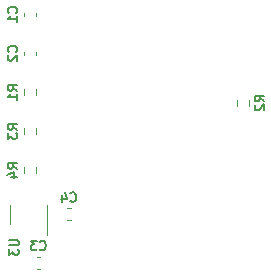
<source format=gbo>
%TF.GenerationSoftware,KiCad,Pcbnew,7.0.10*%
%TF.CreationDate,2024-02-19T13:55:26+09:00*%
%TF.ProjectId,trackball,74726163-6b62-4616-9c6c-2e6b69636164,rev?*%
%TF.SameCoordinates,Original*%
%TF.FileFunction,Legend,Bot*%
%TF.FilePolarity,Positive*%
%FSLAX46Y46*%
G04 Gerber Fmt 4.6, Leading zero omitted, Abs format (unit mm)*
G04 Created by KiCad (PCBNEW 7.0.10) date 2024-02-19 13:55:26*
%MOMM*%
%LPD*%
G01*
G04 APERTURE LIST*
%ADD10C,0.150000*%
%ADD11C,0.120000*%
G04 APERTURE END LIST*
D10*
X37413304Y-48661967D02*
X37451400Y-48623871D01*
X37451400Y-48623871D02*
X37489495Y-48509586D01*
X37489495Y-48509586D02*
X37489495Y-48433395D01*
X37489495Y-48433395D02*
X37451400Y-48319109D01*
X37451400Y-48319109D02*
X37375209Y-48242919D01*
X37375209Y-48242919D02*
X37299019Y-48204824D01*
X37299019Y-48204824D02*
X37146638Y-48166728D01*
X37146638Y-48166728D02*
X37032352Y-48166728D01*
X37032352Y-48166728D02*
X36879971Y-48204824D01*
X36879971Y-48204824D02*
X36803780Y-48242919D01*
X36803780Y-48242919D02*
X36727590Y-48319109D01*
X36727590Y-48319109D02*
X36689495Y-48433395D01*
X36689495Y-48433395D02*
X36689495Y-48509586D01*
X36689495Y-48509586D02*
X36727590Y-48623871D01*
X36727590Y-48623871D02*
X36765685Y-48661967D01*
X36765685Y-48966728D02*
X36727590Y-49004824D01*
X36727590Y-49004824D02*
X36689495Y-49081014D01*
X36689495Y-49081014D02*
X36689495Y-49271490D01*
X36689495Y-49271490D02*
X36727590Y-49347681D01*
X36727590Y-49347681D02*
X36765685Y-49385776D01*
X36765685Y-49385776D02*
X36841876Y-49423871D01*
X36841876Y-49423871D02*
X36918066Y-49423871D01*
X36918066Y-49423871D02*
X37032352Y-49385776D01*
X37032352Y-49385776D02*
X37489495Y-48928633D01*
X37489495Y-48928633D02*
X37489495Y-49423871D01*
X37489495Y-58567967D02*
X37108542Y-58301300D01*
X37489495Y-58110824D02*
X36689495Y-58110824D01*
X36689495Y-58110824D02*
X36689495Y-58415586D01*
X36689495Y-58415586D02*
X36727590Y-58491776D01*
X36727590Y-58491776D02*
X36765685Y-58529871D01*
X36765685Y-58529871D02*
X36841876Y-58567967D01*
X36841876Y-58567967D02*
X36956161Y-58567967D01*
X36956161Y-58567967D02*
X37032352Y-58529871D01*
X37032352Y-58529871D02*
X37070447Y-58491776D01*
X37070447Y-58491776D02*
X37108542Y-58415586D01*
X37108542Y-58415586D02*
X37108542Y-58110824D01*
X36956161Y-59253681D02*
X37489495Y-59253681D01*
X36651400Y-59063205D02*
X37222828Y-58872728D01*
X37222828Y-58872728D02*
X37222828Y-59367967D01*
X41993632Y-61289304D02*
X42031728Y-61327400D01*
X42031728Y-61327400D02*
X42146013Y-61365495D01*
X42146013Y-61365495D02*
X42222204Y-61365495D01*
X42222204Y-61365495D02*
X42336490Y-61327400D01*
X42336490Y-61327400D02*
X42412680Y-61251209D01*
X42412680Y-61251209D02*
X42450775Y-61175019D01*
X42450775Y-61175019D02*
X42488871Y-61022638D01*
X42488871Y-61022638D02*
X42488871Y-60908352D01*
X42488871Y-60908352D02*
X42450775Y-60755971D01*
X42450775Y-60755971D02*
X42412680Y-60679780D01*
X42412680Y-60679780D02*
X42336490Y-60603590D01*
X42336490Y-60603590D02*
X42222204Y-60565495D01*
X42222204Y-60565495D02*
X42146013Y-60565495D01*
X42146013Y-60565495D02*
X42031728Y-60603590D01*
X42031728Y-60603590D02*
X41993632Y-60641685D01*
X41307918Y-60832161D02*
X41307918Y-61365495D01*
X41498394Y-60527400D02*
X41688871Y-61098828D01*
X41688871Y-61098828D02*
X41193632Y-61098828D01*
X58382295Y-52856667D02*
X58001342Y-52590000D01*
X58382295Y-52399524D02*
X57582295Y-52399524D01*
X57582295Y-52399524D02*
X57582295Y-52704286D01*
X57582295Y-52704286D02*
X57620390Y-52780476D01*
X57620390Y-52780476D02*
X57658485Y-52818571D01*
X57658485Y-52818571D02*
X57734676Y-52856667D01*
X57734676Y-52856667D02*
X57848961Y-52856667D01*
X57848961Y-52856667D02*
X57925152Y-52818571D01*
X57925152Y-52818571D02*
X57963247Y-52780476D01*
X57963247Y-52780476D02*
X58001342Y-52704286D01*
X58001342Y-52704286D02*
X58001342Y-52399524D01*
X57658485Y-53161428D02*
X57620390Y-53199524D01*
X57620390Y-53199524D02*
X57582295Y-53275714D01*
X57582295Y-53275714D02*
X57582295Y-53466190D01*
X57582295Y-53466190D02*
X57620390Y-53542381D01*
X57620390Y-53542381D02*
X57658485Y-53580476D01*
X57658485Y-53580476D02*
X57734676Y-53618571D01*
X57734676Y-53618571D02*
X57810866Y-53618571D01*
X57810866Y-53618571D02*
X57925152Y-53580476D01*
X57925152Y-53580476D02*
X58382295Y-53123333D01*
X58382295Y-53123333D02*
X58382295Y-53618571D01*
X36812295Y-64610476D02*
X37459914Y-64610476D01*
X37459914Y-64610476D02*
X37536104Y-64648571D01*
X37536104Y-64648571D02*
X37574200Y-64686666D01*
X37574200Y-64686666D02*
X37612295Y-64762857D01*
X37612295Y-64762857D02*
X37612295Y-64915238D01*
X37612295Y-64915238D02*
X37574200Y-64991428D01*
X37574200Y-64991428D02*
X37536104Y-65029523D01*
X37536104Y-65029523D02*
X37459914Y-65067619D01*
X37459914Y-65067619D02*
X36812295Y-65067619D01*
X36812295Y-65372380D02*
X36812295Y-65867618D01*
X36812295Y-65867618D02*
X37117057Y-65600952D01*
X37117057Y-65600952D02*
X37117057Y-65715237D01*
X37117057Y-65715237D02*
X37155152Y-65791428D01*
X37155152Y-65791428D02*
X37193247Y-65829523D01*
X37193247Y-65829523D02*
X37269438Y-65867618D01*
X37269438Y-65867618D02*
X37459914Y-65867618D01*
X37459914Y-65867618D02*
X37536104Y-65829523D01*
X37536104Y-65829523D02*
X37574200Y-65791428D01*
X37574200Y-65791428D02*
X37612295Y-65715237D01*
X37612295Y-65715237D02*
X37612295Y-65486666D01*
X37612295Y-65486666D02*
X37574200Y-65410475D01*
X37574200Y-65410475D02*
X37536104Y-65372380D01*
X37489495Y-51963967D02*
X37108542Y-51697300D01*
X37489495Y-51506824D02*
X36689495Y-51506824D01*
X36689495Y-51506824D02*
X36689495Y-51811586D01*
X36689495Y-51811586D02*
X36727590Y-51887776D01*
X36727590Y-51887776D02*
X36765685Y-51925871D01*
X36765685Y-51925871D02*
X36841876Y-51963967D01*
X36841876Y-51963967D02*
X36956161Y-51963967D01*
X36956161Y-51963967D02*
X37032352Y-51925871D01*
X37032352Y-51925871D02*
X37070447Y-51887776D01*
X37070447Y-51887776D02*
X37108542Y-51811586D01*
X37108542Y-51811586D02*
X37108542Y-51506824D01*
X37489495Y-52725871D02*
X37489495Y-52268728D01*
X37489495Y-52497300D02*
X36689495Y-52497300D01*
X36689495Y-52497300D02*
X36803780Y-52421109D01*
X36803780Y-52421109D02*
X36879971Y-52344919D01*
X36879971Y-52344919D02*
X36918066Y-52268728D01*
X39401732Y-65378704D02*
X39439828Y-65416800D01*
X39439828Y-65416800D02*
X39554113Y-65454895D01*
X39554113Y-65454895D02*
X39630304Y-65454895D01*
X39630304Y-65454895D02*
X39744590Y-65416800D01*
X39744590Y-65416800D02*
X39820780Y-65340609D01*
X39820780Y-65340609D02*
X39858875Y-65264419D01*
X39858875Y-65264419D02*
X39896971Y-65112038D01*
X39896971Y-65112038D02*
X39896971Y-64997752D01*
X39896971Y-64997752D02*
X39858875Y-64845371D01*
X39858875Y-64845371D02*
X39820780Y-64769180D01*
X39820780Y-64769180D02*
X39744590Y-64692990D01*
X39744590Y-64692990D02*
X39630304Y-64654895D01*
X39630304Y-64654895D02*
X39554113Y-64654895D01*
X39554113Y-64654895D02*
X39439828Y-64692990D01*
X39439828Y-64692990D02*
X39401732Y-64731085D01*
X39135066Y-64654895D02*
X38639828Y-64654895D01*
X38639828Y-64654895D02*
X38906494Y-64959657D01*
X38906494Y-64959657D02*
X38792209Y-64959657D01*
X38792209Y-64959657D02*
X38716018Y-64997752D01*
X38716018Y-64997752D02*
X38677923Y-65035847D01*
X38677923Y-65035847D02*
X38639828Y-65112038D01*
X38639828Y-65112038D02*
X38639828Y-65302514D01*
X38639828Y-65302514D02*
X38677923Y-65378704D01*
X38677923Y-65378704D02*
X38716018Y-65416800D01*
X38716018Y-65416800D02*
X38792209Y-65454895D01*
X38792209Y-65454895D02*
X39020780Y-65454895D01*
X39020780Y-65454895D02*
X39096971Y-65416800D01*
X39096971Y-65416800D02*
X39135066Y-65378704D01*
X37489495Y-55265967D02*
X37108542Y-54999300D01*
X37489495Y-54808824D02*
X36689495Y-54808824D01*
X36689495Y-54808824D02*
X36689495Y-55113586D01*
X36689495Y-55113586D02*
X36727590Y-55189776D01*
X36727590Y-55189776D02*
X36765685Y-55227871D01*
X36765685Y-55227871D02*
X36841876Y-55265967D01*
X36841876Y-55265967D02*
X36956161Y-55265967D01*
X36956161Y-55265967D02*
X37032352Y-55227871D01*
X37032352Y-55227871D02*
X37070447Y-55189776D01*
X37070447Y-55189776D02*
X37108542Y-55113586D01*
X37108542Y-55113586D02*
X37108542Y-54808824D01*
X36689495Y-55532633D02*
X36689495Y-56027871D01*
X36689495Y-56027871D02*
X36994257Y-55761205D01*
X36994257Y-55761205D02*
X36994257Y-55875490D01*
X36994257Y-55875490D02*
X37032352Y-55951681D01*
X37032352Y-55951681D02*
X37070447Y-55989776D01*
X37070447Y-55989776D02*
X37146638Y-56027871D01*
X37146638Y-56027871D02*
X37337114Y-56027871D01*
X37337114Y-56027871D02*
X37413304Y-55989776D01*
X37413304Y-55989776D02*
X37451400Y-55951681D01*
X37451400Y-55951681D02*
X37489495Y-55875490D01*
X37489495Y-55875490D02*
X37489495Y-55646919D01*
X37489495Y-55646919D02*
X37451400Y-55570728D01*
X37451400Y-55570728D02*
X37413304Y-55532633D01*
X37413304Y-45359967D02*
X37451400Y-45321871D01*
X37451400Y-45321871D02*
X37489495Y-45207586D01*
X37489495Y-45207586D02*
X37489495Y-45131395D01*
X37489495Y-45131395D02*
X37451400Y-45017109D01*
X37451400Y-45017109D02*
X37375209Y-44940919D01*
X37375209Y-44940919D02*
X37299019Y-44902824D01*
X37299019Y-44902824D02*
X37146638Y-44864728D01*
X37146638Y-44864728D02*
X37032352Y-44864728D01*
X37032352Y-44864728D02*
X36879971Y-44902824D01*
X36879971Y-44902824D02*
X36803780Y-44940919D01*
X36803780Y-44940919D02*
X36727590Y-45017109D01*
X36727590Y-45017109D02*
X36689495Y-45131395D01*
X36689495Y-45131395D02*
X36689495Y-45207586D01*
X36689495Y-45207586D02*
X36727590Y-45321871D01*
X36727590Y-45321871D02*
X36765685Y-45359967D01*
X37489495Y-46121871D02*
X37489495Y-45664728D01*
X37489495Y-45893300D02*
X36689495Y-45893300D01*
X36689495Y-45893300D02*
X36803780Y-45817109D01*
X36803780Y-45817109D02*
X36879971Y-45740919D01*
X36879971Y-45740919D02*
X36918066Y-45664728D01*
D11*
%TO.C,C2*%
X39067200Y-48649033D02*
X39067200Y-48941567D01*
X38047200Y-48649033D02*
X38047200Y-48941567D01*
%TO.C,R4*%
X39079700Y-58446576D02*
X39079700Y-58956024D01*
X38034700Y-58446576D02*
X38034700Y-58956024D01*
%TO.C,C4*%
X42006567Y-62943200D02*
X41714033Y-62943200D01*
X42006567Y-61923200D02*
X41714033Y-61923200D01*
%TO.C,R2*%
X56067500Y-53244724D02*
X56067500Y-52735276D01*
X57112500Y-53244724D02*
X57112500Y-52735276D01*
%TO.C,U3*%
X36870200Y-62407800D02*
X36870200Y-63207800D01*
X36870200Y-62407800D02*
X36870200Y-61607800D01*
X39990200Y-62407800D02*
X39990200Y-64207800D01*
X39990200Y-62407800D02*
X39990200Y-61607800D01*
%TO.C,R1*%
X39079700Y-51842576D02*
X39079700Y-52352024D01*
X38034700Y-51842576D02*
X38034700Y-52352024D01*
%TO.C,C3*%
X39414667Y-67032600D02*
X39122133Y-67032600D01*
X39414667Y-66012600D02*
X39122133Y-66012600D01*
%TO.C,R3*%
X39079700Y-55144576D02*
X39079700Y-55654024D01*
X38034700Y-55144576D02*
X38034700Y-55654024D01*
%TO.C,C1*%
X39067200Y-45347033D02*
X39067200Y-45639567D01*
X38047200Y-45347033D02*
X38047200Y-45639567D01*
%TD*%
M02*

</source>
